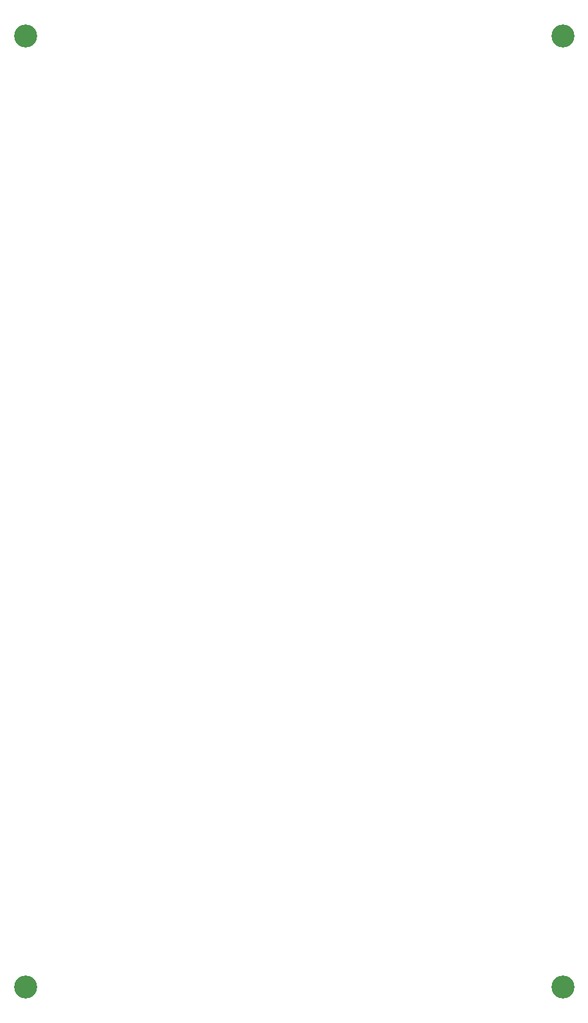
<source format=gbr>
G04 #@! TF.GenerationSoftware,KiCad,Pcbnew,6.0.11-2627ca5db0~126~ubuntu22.04.1*
G04 #@! TF.CreationDate,2025-05-27T11:15:30+02:00*
G04 #@! TF.ProjectId,TopCoverQPCR,546f7043-6f76-4657-9251-5043522e6b69,rev?*
G04 #@! TF.SameCoordinates,Original*
G04 #@! TF.FileFunction,Soldermask,Bot*
G04 #@! TF.FilePolarity,Negative*
%FSLAX46Y46*%
G04 Gerber Fmt 4.6, Leading zero omitted, Abs format (unit mm)*
G04 Created by KiCad (PCBNEW 6.0.11-2627ca5db0~126~ubuntu22.04.1) date 2025-05-27 11:15:30*
%MOMM*%
%LPD*%
G01*
G04 APERTURE LIST*
%ADD10C,3.200000*%
G04 APERTURE END LIST*
D10*
X62750000Y-34000000D03*
X137250000Y-34000000D03*
X62750000Y-166000000D03*
X137250000Y-166000000D03*
M02*

</source>
